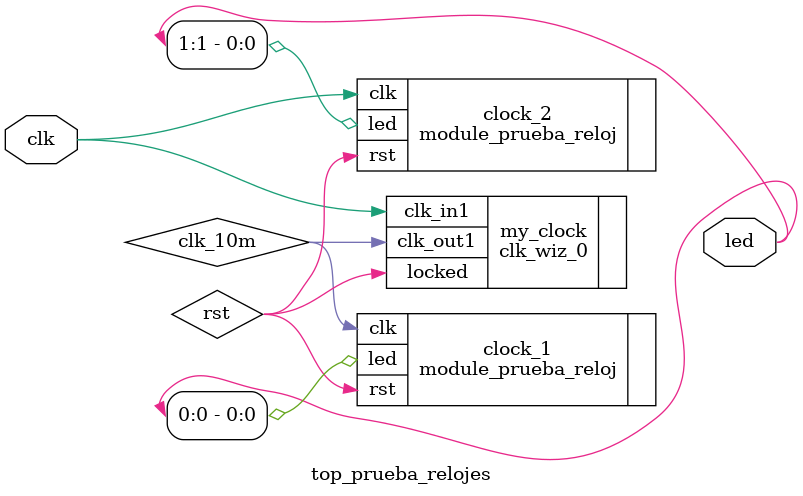
<source format=sv>
`timescale 1ns / 1ps

module top_prueba_relojes(
    input logic     clk,        // Señal de reloj 100 MHz
    output logic [1 : 0]   led  // LEDs de salida
);

logic rst;                      // Señal de reset
logic clk_10m;                  // Señal de reloj 10 MHz

// Clocking Wizard 100 MHz -> 10 MHz
clk_wiz_0 my_clock(
.clk_out1       (clk_10m),
.locked         (rst),
.clk_in1        (clk)
);
 
// Prueba del reloj 10 MHz
module_prueba_reloj clock_1(
.clk    (clk_10m),
.rst    (rst),
.led    (led[0])
);

// Prueba del reloj 100 MHz
module_prueba_reloj clock_2(
.clk    (clk),
.rst    (rst),
.led    (led[1])
);

endmodule


</source>
